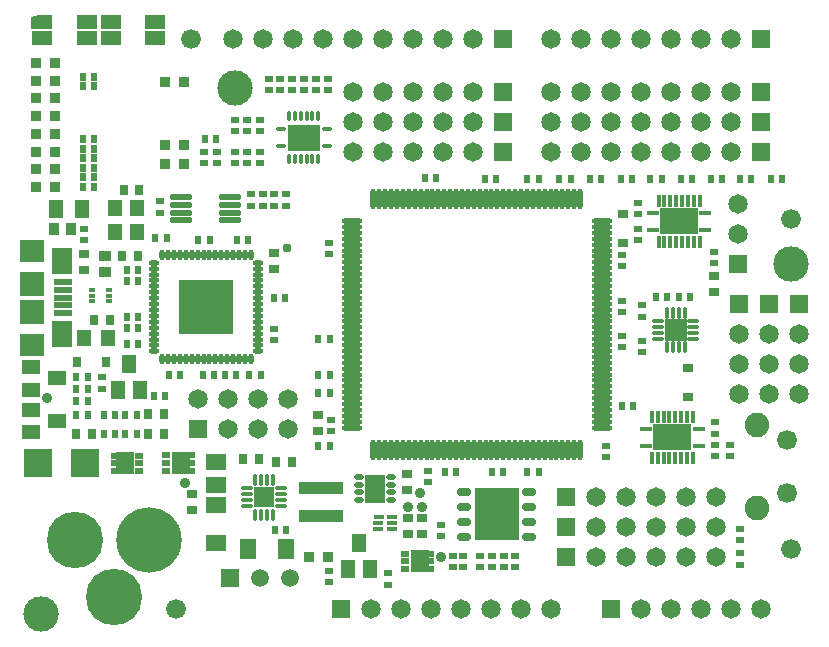
<source format=gts>
G04 Layer_Color=8388736*
%FSLAX44Y44*%
%MOMM*%
G71*
G01*
G75*
%ADD95R,1.5750X1.9000*%
%ADD96R,0.7088X0.8358*%
%ADD97R,0.8358X0.7088*%
%ADD98O,0.4500X1.8000*%
%ADD99O,1.8000X0.4500*%
%ADD100R,1.1500X1.3500*%
%ADD101R,2.3500X2.3500*%
%ADD102R,1.7500X2.2500*%
%ADD103R,1.5000X0.5500*%
%ADD104R,2.0500X1.9500*%
%ADD105R,2.0500X2.0500*%
%ADD106R,1.7500X1.3500*%
%ADD107R,1.2500X1.4000*%
%ADD108R,0.9500X1.0500*%
%ADD109R,1.0500X0.9500*%
%ADD110R,1.1500X1.5500*%
%ADD111R,0.9500X0.9500*%
%ADD112R,1.5500X1.1500*%
G04:AMPARAMS|DCode=113|XSize=0.42mm|YSize=0.99mm|CornerRadius=0.168mm|HoleSize=0mm|Usage=FLASHONLY|Rotation=0.000|XOffset=0mm|YOffset=0mm|HoleType=Round|Shape=RoundedRectangle|*
%AMROUNDEDRECTD113*
21,1,0.4200,0.6540,0,0,0.0*
21,1,0.0840,0.9900,0,0,0.0*
1,1,0.3360,0.0420,-0.3270*
1,1,0.3360,-0.0420,-0.3270*
1,1,0.3360,-0.0420,0.3270*
1,1,0.3360,0.0420,0.3270*
%
%ADD113ROUNDEDRECTD113*%
G04:AMPARAMS|DCode=114|XSize=0.42mm|YSize=0.99mm|CornerRadius=0.168mm|HoleSize=0mm|Usage=FLASHONLY|Rotation=90.000|XOffset=0mm|YOffset=0mm|HoleType=Round|Shape=RoundedRectangle|*
%AMROUNDEDRECTD114*
21,1,0.4200,0.6540,0,0,90.0*
21,1,0.0840,0.9900,0,0,90.0*
1,1,0.3360,0.3270,0.0420*
1,1,0.3360,0.3270,-0.0420*
1,1,0.3360,-0.3270,-0.0420*
1,1,0.3360,-0.3270,0.0420*
%
%ADD114ROUNDEDRECTD114*%
%ADD115R,1.8500X1.8500*%
%ADD116R,0.6000X0.4000*%
%ADD117R,3.7500X4.4500*%
G04:AMPARAMS|DCode=118|XSize=0.6mm|YSize=1.2mm|CornerRadius=0.1425mm|HoleSize=0mm|Usage=FLASHONLY|Rotation=90.000|XOffset=0mm|YOffset=0mm|HoleType=Round|Shape=RoundedRectangle|*
%AMROUNDEDRECTD118*
21,1,0.6000,0.9150,0,0,90.0*
21,1,0.3150,1.2000,0,0,90.0*
1,1,0.2850,0.4575,0.1575*
1,1,0.2850,0.4575,-0.1575*
1,1,0.2850,-0.4575,-0.1575*
1,1,0.2850,-0.4575,0.1575*
%
%ADD118ROUNDEDRECTD118*%
%ADD119R,1.7500X1.1500*%
%ADD120R,0.9500X1.1500*%
%ADD121R,0.8000X0.9500*%
%ADD122R,1.1500X1.6500*%
%ADD123R,0.6500X0.6000*%
%ADD124C,3.0000*%
%ADD125R,0.6000X0.6500*%
%ADD126R,0.9500X0.8000*%
%ADD127R,1.3500X1.7500*%
%ADD128O,1.9000X0.5500*%
%ADD129R,0.6000X0.5500*%
%ADD130R,0.8000X0.5500*%
%ADD131R,1.7500X2.4000*%
G04:AMPARAMS|DCode=132|XSize=0.45mm|YSize=0.8mm|CornerRadius=0.12mm|HoleSize=0mm|Usage=FLASHONLY|Rotation=90.000|XOffset=0mm|YOffset=0mm|HoleType=Round|Shape=RoundedRectangle|*
%AMROUNDEDRECTD132*
21,1,0.4500,0.5600,0,0,90.0*
21,1,0.2100,0.8000,0,0,90.0*
1,1,0.2400,0.2800,0.1050*
1,1,0.2400,0.2800,-0.1050*
1,1,0.2400,-0.2800,-0.1050*
1,1,0.2400,-0.2800,0.1050*
%
%ADD132ROUNDEDRECTD132*%
%ADD133R,3.8500X1.1300*%
%ADD134R,0.9500X0.3800*%
%ADD135R,0.8500X0.3800*%
%ADD136O,0.8000X0.4000*%
%ADD137O,0.4000X0.8000*%
%ADD138R,2.7000X2.2000*%
%ADD139R,3.2000X2.2000*%
%ADD140R,0.4200X0.9900*%
%ADD141R,0.9900X0.4200*%
%ADD142R,1.8000X1.8000*%
%ADD143O,0.9500X0.4300*%
%ADD144O,0.4300X0.9500*%
%ADD145R,4.6500X4.6500*%
%ADD146C,1.6500*%
%ADD147R,1.6500X1.6500*%
%ADD148R,1.6500X1.6500*%
%ADD149C,4.7700*%
%ADD150C,5.5300*%
%ADD151C,1.6900*%
%ADD152C,2.0800*%
%ADD153C,1.5200*%
%ADD154R,1.5200X1.5200*%
%ADD155C,1.6740*%
%ADD156C,0.8900*%
%ADD157C,0.7900*%
G36*
X26400Y528593D02*
X26515Y528565D01*
X26624Y528520D01*
X26725Y528459D01*
X26814Y528382D01*
X26891Y528292D01*
X26953Y528192D01*
X26998Y528083D01*
X27026Y527968D01*
X27035Y527850D01*
Y517842D01*
X27026Y517724D01*
X26998Y517609D01*
X26953Y517500D01*
X26891Y517400D01*
X26814Y517310D01*
X26725Y517233D01*
X26624Y517172D01*
X26515Y517127D01*
X26400Y517099D01*
X26282Y517090D01*
X17669D01*
X17593Y517074D01*
X17575Y517071D01*
X17557Y517067D01*
X17516Y517064D01*
X17476Y517059D01*
X17458Y517060D01*
X17440Y517058D01*
X17399Y517061D01*
X17357Y517062D01*
X17340Y517066D01*
X17322Y517067D01*
X17282Y517077D01*
X17241Y517085D01*
X17225Y517091D01*
X17207Y517095D01*
X17169Y517111D01*
X17130Y517124D01*
X17115Y517133D01*
X17098Y517140D01*
X17063Y517162D01*
X17027Y517181D01*
X17013Y517192D01*
X16997Y517202D01*
X16966Y517229D01*
X16934Y517254D01*
X16921Y517267D01*
X16908Y517278D01*
X16881Y517310D01*
X16853Y517340D01*
X16843Y517355D01*
X16831Y517368D01*
X16809Y517403D01*
X16786Y517437D01*
X16779Y517453D01*
X16769Y517469D01*
X16753Y517507D01*
X16736Y517544D01*
X16731Y517561D01*
X16724Y517578D01*
X16715Y517618D01*
X16703Y517657D01*
X16701Y517675D01*
X16697Y517693D01*
X16693Y517734D01*
X16688Y517775D01*
X16689Y517792D01*
X16687Y517810D01*
Y526400D01*
X16690Y526432D01*
X16690Y526465D01*
X16695Y526491D01*
X16697Y526518D01*
X16704Y526549D01*
X16710Y526581D01*
X16718Y526607D01*
X16724Y526632D01*
X16737Y526662D01*
X16747Y526693D01*
X16759Y526717D01*
X16769Y526741D01*
X16786Y526769D01*
X16801Y526798D01*
X16817Y526820D01*
X16831Y526842D01*
X16852Y526867D01*
X16872Y526893D01*
X16890Y526912D01*
X16908Y526932D01*
X16932Y526953D01*
X16956Y526976D01*
X16977Y526991D01*
X16997Y527009D01*
X17025Y527026D01*
X17052Y527045D01*
X17075Y527056D01*
X17098Y527070D01*
X17128Y527083D01*
X17157Y527097D01*
X17183Y527105D01*
X17207Y527116D01*
X17239Y527123D01*
X17270Y527133D01*
X23530Y528583D01*
X23556Y528587D01*
X23582Y528593D01*
X23615Y528596D01*
X23647Y528600D01*
X23674Y528600D01*
X23700Y528602D01*
X26282D01*
X26400Y528593D01*
D02*
G37*
D95*
X346125Y66000D02*
D03*
X143845Y149320D02*
D03*
X96155Y148960D02*
D03*
D96*
X80474Y235121D02*
D03*
X56090D02*
D03*
D97*
X573153Y229456D02*
D03*
Y205072D02*
D03*
X518121Y335525D02*
D03*
Y359909D02*
D03*
D98*
X306770Y372700D02*
D03*
X311770D02*
D03*
X316770D02*
D03*
X321770D02*
D03*
X326770D02*
D03*
X331770D02*
D03*
X336770D02*
D03*
X341770D02*
D03*
X346770D02*
D03*
X351770D02*
D03*
X356770D02*
D03*
X361770D02*
D03*
X366770D02*
D03*
X371770D02*
D03*
X376770D02*
D03*
X381770D02*
D03*
X386770D02*
D03*
X391770D02*
D03*
X396770D02*
D03*
X401770D02*
D03*
X406770D02*
D03*
X411770D02*
D03*
X416770D02*
D03*
X421770D02*
D03*
X426770D02*
D03*
X431770D02*
D03*
X436770D02*
D03*
X441770D02*
D03*
X446770D02*
D03*
X451770D02*
D03*
X456770D02*
D03*
X461770D02*
D03*
X466770D02*
D03*
X471770D02*
D03*
X476770D02*
D03*
X481770D02*
D03*
Y160700D02*
D03*
X476770D02*
D03*
X471770D02*
D03*
X466770D02*
D03*
X461770D02*
D03*
X456770D02*
D03*
X451770D02*
D03*
X446770D02*
D03*
X441770D02*
D03*
X436770D02*
D03*
X431770D02*
D03*
X426770D02*
D03*
X421770D02*
D03*
X416770D02*
D03*
X411770D02*
D03*
X406770D02*
D03*
X401770D02*
D03*
X396770D02*
D03*
X391770D02*
D03*
X386770D02*
D03*
X381770D02*
D03*
X376770D02*
D03*
X371770D02*
D03*
X366770D02*
D03*
X361770D02*
D03*
X356770D02*
D03*
X351770D02*
D03*
X346770D02*
D03*
X341770D02*
D03*
X336770D02*
D03*
X331770D02*
D03*
X326770D02*
D03*
X321770D02*
D03*
X316770D02*
D03*
X311770D02*
D03*
X306770D02*
D03*
D99*
X500270Y354200D02*
D03*
Y349200D02*
D03*
Y344200D02*
D03*
Y339200D02*
D03*
Y334200D02*
D03*
Y329200D02*
D03*
Y324200D02*
D03*
Y319200D02*
D03*
Y314200D02*
D03*
Y309200D02*
D03*
Y304200D02*
D03*
Y299200D02*
D03*
Y294200D02*
D03*
Y289200D02*
D03*
Y284200D02*
D03*
Y279200D02*
D03*
Y274200D02*
D03*
Y269200D02*
D03*
Y264200D02*
D03*
Y259200D02*
D03*
Y254200D02*
D03*
Y249200D02*
D03*
Y244200D02*
D03*
Y239200D02*
D03*
Y234200D02*
D03*
Y229200D02*
D03*
Y224200D02*
D03*
Y219200D02*
D03*
Y214200D02*
D03*
Y209200D02*
D03*
Y204200D02*
D03*
Y199200D02*
D03*
Y194200D02*
D03*
Y189200D02*
D03*
Y184200D02*
D03*
Y179200D02*
D03*
X288270D02*
D03*
Y184200D02*
D03*
Y189200D02*
D03*
Y194200D02*
D03*
Y199200D02*
D03*
Y204200D02*
D03*
Y209200D02*
D03*
Y214200D02*
D03*
Y219200D02*
D03*
Y224200D02*
D03*
Y229200D02*
D03*
Y234200D02*
D03*
Y239200D02*
D03*
Y244200D02*
D03*
Y249200D02*
D03*
Y254200D02*
D03*
Y259200D02*
D03*
Y264200D02*
D03*
Y269200D02*
D03*
Y274200D02*
D03*
Y279200D02*
D03*
Y284200D02*
D03*
Y289200D02*
D03*
Y294200D02*
D03*
Y299200D02*
D03*
Y304200D02*
D03*
Y309200D02*
D03*
Y314200D02*
D03*
Y319200D02*
D03*
Y324200D02*
D03*
Y329200D02*
D03*
Y334200D02*
D03*
Y339200D02*
D03*
Y344200D02*
D03*
Y349200D02*
D03*
Y354200D02*
D03*
D100*
X106880Y365480D02*
D03*
X87880D02*
D03*
X106880Y344480D02*
D03*
X87880D02*
D03*
D101*
X62980Y149060D02*
D03*
X22980D02*
D03*
D102*
X43125Y258192D02*
D03*
Y320192D02*
D03*
D103*
X44375Y276192D02*
D03*
Y282692D02*
D03*
Y289192D02*
D03*
Y295692D02*
D03*
Y302192D02*
D03*
D104*
X17625Y329192D02*
D03*
Y249192D02*
D03*
D105*
Y301192D02*
D03*
Y277192D02*
D03*
D106*
X173960Y150500D02*
D03*
Y130500D02*
D03*
X173960Y81390D02*
D03*
Y113390D02*
D03*
D107*
X61470Y255550D02*
D03*
X82470D02*
D03*
D108*
X50490Y347840D02*
D03*
X36490D02*
D03*
D109*
X79820Y324718D02*
D03*
Y310718D02*
D03*
D110*
X90500Y211000D02*
D03*
X109500D02*
D03*
X100000Y233000D02*
D03*
X285166Y59787D02*
D03*
X304166D02*
D03*
X294666Y81787D02*
D03*
D111*
X37000Y488000D02*
D03*
X21000D02*
D03*
X37000Y443000D02*
D03*
X21000D02*
D03*
X37000Y458000D02*
D03*
X21000D02*
D03*
X37000Y473000D02*
D03*
X21000D02*
D03*
X37230Y428000D02*
D03*
X21230D02*
D03*
X37000Y398000D02*
D03*
X21000D02*
D03*
X37000Y383000D02*
D03*
X21000D02*
D03*
X268295Y69610D02*
D03*
X252295D02*
D03*
X37000Y413000D02*
D03*
X21000D02*
D03*
X146090Y472107D02*
D03*
X130090D02*
D03*
X146093Y418290D02*
D03*
X130093D02*
D03*
X146093Y402410D02*
D03*
X130093D02*
D03*
D112*
X17000Y194500D02*
D03*
Y175500D02*
D03*
X39000Y185000D02*
D03*
X17000Y230500D02*
D03*
Y211500D02*
D03*
X39000Y221000D02*
D03*
D113*
X555218Y276629D02*
D03*
X560218D02*
D03*
X565218D02*
D03*
X570218D02*
D03*
X555218Y247129D02*
D03*
X560218D02*
D03*
X565218D02*
D03*
X570218D02*
D03*
X206640Y135030D02*
D03*
X211640D02*
D03*
X216640D02*
D03*
X221640D02*
D03*
X206640Y105530D02*
D03*
X211640D02*
D03*
X216640D02*
D03*
X221640D02*
D03*
D114*
X547968Y269379D02*
D03*
Y264379D02*
D03*
Y259379D02*
D03*
Y254379D02*
D03*
X577468Y254379D02*
D03*
Y259379D02*
D03*
Y264379D02*
D03*
Y269379D02*
D03*
X199390Y112780D02*
D03*
Y117780D02*
D03*
Y122780D02*
D03*
Y127780D02*
D03*
X228890Y127780D02*
D03*
Y122780D02*
D03*
Y117780D02*
D03*
Y112780D02*
D03*
D115*
X562718Y261879D02*
D03*
D116*
X68740Y286130D02*
D03*
Y291130D02*
D03*
Y296130D02*
D03*
X82740D02*
D03*
Y291130D02*
D03*
Y286130D02*
D03*
D117*
X411121Y105718D02*
D03*
D118*
X438621Y86668D02*
D03*
Y99368D02*
D03*
Y112068D02*
D03*
Y124768D02*
D03*
X383621D02*
D03*
Y112068D02*
D03*
Y99368D02*
D03*
Y86668D02*
D03*
D119*
X122282Y508871D02*
D03*
X84282D02*
D03*
X122282Y522871D02*
D03*
X84282D02*
D03*
X64282Y508842D02*
D03*
X26282D02*
D03*
X64282Y522842D02*
D03*
D120*
X30280D02*
D03*
D121*
X129439Y173924D02*
D03*
X115939D02*
D03*
X70620Y270090D02*
D03*
X84120D02*
D03*
X94120Y324180D02*
D03*
X107620D02*
D03*
X95250Y380340D02*
D03*
X108750D02*
D03*
X68250Y174000D02*
D03*
X54750D02*
D03*
X115939Y191000D02*
D03*
X129439D02*
D03*
X209750Y153000D02*
D03*
X196250D02*
D03*
X237750Y150000D02*
D03*
X224250D02*
D03*
D122*
X37972Y364597D02*
D03*
X59972D02*
D03*
D123*
X374588Y61000D02*
D03*
Y70500D02*
D03*
X352620Y142730D02*
D03*
Y133230D02*
D03*
X269380Y326190D02*
D03*
Y335690D02*
D03*
X517000Y256750D02*
D03*
Y247250D02*
D03*
Y316250D02*
D03*
Y325750D02*
D03*
X364000Y96750D02*
D03*
Y87250D02*
D03*
X503750Y163750D02*
D03*
Y154250D02*
D03*
X271000Y176250D02*
D03*
Y185750D02*
D03*
X517000Y277250D02*
D03*
Y286750D02*
D03*
X223000Y262750D02*
D03*
Y253250D02*
D03*
X61940Y347760D02*
D03*
Y338260D02*
D03*
X126000Y361250D02*
D03*
Y370750D02*
D03*
X199750Y403250D02*
D03*
Y412750D02*
D03*
X199750Y439750D02*
D03*
Y430250D02*
D03*
X211000Y412750D02*
D03*
Y403250D02*
D03*
X211000Y439750D02*
D03*
Y430250D02*
D03*
X248000Y465250D02*
D03*
Y474750D02*
D03*
X228000Y465250D02*
D03*
Y474750D02*
D03*
X268000Y465250D02*
D03*
Y474750D02*
D03*
X258000Y465250D02*
D03*
Y474750D02*
D03*
X238000Y465250D02*
D03*
Y474750D02*
D03*
X218000Y465250D02*
D03*
Y474750D02*
D03*
X596000Y183750D02*
D03*
Y174250D02*
D03*
Y164750D02*
D03*
Y155250D02*
D03*
X531000Y338250D02*
D03*
Y347750D02*
D03*
Y360250D02*
D03*
Y369750D02*
D03*
X407000Y70750D02*
D03*
Y61250D02*
D03*
X427000Y70750D02*
D03*
Y61250D02*
D03*
X397000Y70750D02*
D03*
Y61250D02*
D03*
X417000Y70750D02*
D03*
Y61250D02*
D03*
X223000Y367250D02*
D03*
Y376750D02*
D03*
X213000Y367250D02*
D03*
Y376750D02*
D03*
X233000D02*
D03*
Y367250D02*
D03*
X203000Y367250D02*
D03*
Y376750D02*
D03*
X595000Y327750D02*
D03*
Y318250D02*
D03*
X534000Y273250D02*
D03*
Y282750D02*
D03*
Y252750D02*
D03*
Y243250D02*
D03*
X617000Y93750D02*
D03*
Y84250D02*
D03*
Y63250D02*
D03*
Y72750D02*
D03*
X77000Y212250D02*
D03*
Y221750D02*
D03*
X609098Y164615D02*
D03*
Y155115D02*
D03*
X189750Y412750D02*
D03*
Y403250D02*
D03*
X189750Y430250D02*
D03*
Y439750D02*
D03*
X319371Y55780D02*
D03*
Y46280D02*
D03*
X269150Y57950D02*
D03*
Y48450D02*
D03*
X382483Y61020D02*
D03*
Y70520D02*
D03*
X163780Y403250D02*
D03*
Y412750D02*
D03*
X174780Y403250D02*
D03*
Y412750D02*
D03*
D124*
X189290Y467210D02*
D03*
X660620Y317460D02*
D03*
X25400Y21590D02*
D03*
D125*
X410450Y390000D02*
D03*
X400950D02*
D03*
X350450Y391000D02*
D03*
X359950D02*
D03*
X406840Y141870D02*
D03*
X416340D02*
D03*
X269750Y209000D02*
D03*
X260250D02*
D03*
X376750Y142000D02*
D03*
X367250D02*
D03*
X269750Y224000D02*
D03*
X260250D02*
D03*
X473750Y390000D02*
D03*
X464250D02*
D03*
X98250Y273000D02*
D03*
X107750D02*
D03*
Y264000D02*
D03*
X98250D02*
D03*
X131760Y339580D02*
D03*
X122260D02*
D03*
X107750Y313000D02*
D03*
X98250D02*
D03*
X168160Y338420D02*
D03*
X158660D02*
D03*
X222250Y289000D02*
D03*
X231750D02*
D03*
X201840Y224000D02*
D03*
X211340D02*
D03*
X143160Y224240D02*
D03*
X133660D02*
D03*
X200750Y338140D02*
D03*
X191250D02*
D03*
X555750Y290000D02*
D03*
X546250D02*
D03*
X574750D02*
D03*
X565250D02*
D03*
X601750Y390000D02*
D03*
X592250D02*
D03*
X550750D02*
D03*
X541250D02*
D03*
X490250D02*
D03*
X499750D02*
D03*
X652750D02*
D03*
X643250D02*
D03*
X617250D02*
D03*
X626750D02*
D03*
X567250D02*
D03*
X576750D02*
D03*
X516250D02*
D03*
X525750D02*
D03*
X446750D02*
D03*
X437250D02*
D03*
X232630Y92700D02*
D03*
X223130D02*
D03*
X437250Y142000D02*
D03*
X446750D02*
D03*
X162250Y224000D02*
D03*
X171750D02*
D03*
X190750D02*
D03*
X181250D02*
D03*
X526750Y198000D02*
D03*
X517250D02*
D03*
X269750Y164000D02*
D03*
X260250D02*
D03*
X107750Y250000D02*
D03*
X98250D02*
D03*
X107750Y303000D02*
D03*
X98250D02*
D03*
X260250Y254000D02*
D03*
X269750D02*
D03*
X70140Y383290D02*
D03*
X60640D02*
D03*
X70140Y391310D02*
D03*
X60640D02*
D03*
X88000Y174000D02*
D03*
X78500D02*
D03*
X106250Y174000D02*
D03*
X96750D02*
D03*
X130507Y205950D02*
D03*
X121007D02*
D03*
X96750Y190000D02*
D03*
X106250D02*
D03*
X64750Y222000D02*
D03*
X55250D02*
D03*
X55250Y190000D02*
D03*
X64750D02*
D03*
X78500Y190000D02*
D03*
X88000D02*
D03*
X55250Y202000D02*
D03*
X64750D02*
D03*
Y212000D02*
D03*
X55250D02*
D03*
X70140Y399291D02*
D03*
X60640D02*
D03*
X70140Y407288D02*
D03*
X60640D02*
D03*
X70140Y415285D02*
D03*
X60640D02*
D03*
X70098Y423283D02*
D03*
X60598D02*
D03*
X70348Y468280D02*
D03*
X60848D02*
D03*
X70380Y476277D02*
D03*
X60880D02*
D03*
X173596Y424030D02*
D03*
X164096D02*
D03*
D126*
X260000Y189750D02*
D03*
Y176250D02*
D03*
X61940Y326490D02*
D03*
Y312990D02*
D03*
X222440Y313710D02*
D03*
Y327210D02*
D03*
X595000Y294250D02*
D03*
Y307750D02*
D03*
X334879Y140033D02*
D03*
Y126533D02*
D03*
X336121Y88967D02*
D03*
Y102467D02*
D03*
X348121Y88967D02*
D03*
Y102467D02*
D03*
X153000Y109250D02*
D03*
Y122750D02*
D03*
D127*
X200640Y76280D02*
D03*
X232640D02*
D03*
D128*
X185070Y354850D02*
D03*
Y361350D02*
D03*
Y367850D02*
D03*
Y374350D02*
D03*
X143570Y354850D02*
D03*
Y361350D02*
D03*
Y367850D02*
D03*
Y374350D02*
D03*
D129*
X355250Y72500D02*
D03*
Y66000D02*
D03*
Y59500D02*
D03*
X152970Y142820D02*
D03*
Y149320D02*
D03*
Y155820D02*
D03*
X87030Y142460D02*
D03*
Y148960D02*
D03*
Y155460D02*
D03*
D130*
X333750Y59500D02*
D03*
Y66000D02*
D03*
Y72500D02*
D03*
X131470Y155820D02*
D03*
Y149320D02*
D03*
Y142820D02*
D03*
X108530Y155460D02*
D03*
Y148960D02*
D03*
Y142460D02*
D03*
D131*
X308121Y127718D02*
D03*
D132*
X321871Y117968D02*
D03*
Y124468D02*
D03*
Y130968D02*
D03*
Y137468D02*
D03*
X294371D02*
D03*
Y130968D02*
D03*
Y124468D02*
D03*
Y117968D02*
D03*
D133*
X262720Y104430D02*
D03*
Y128130D02*
D03*
D134*
X311467Y103461D02*
D03*
D135*
X310968Y98461D02*
D03*
Y93461D02*
D03*
X322467Y103461D02*
D03*
Y98461D02*
D03*
Y93461D02*
D03*
D136*
X228217Y432379D02*
D03*
Y417379D02*
D03*
X267217D02*
D03*
Y432379D02*
D03*
D137*
X235217Y406629D02*
D03*
X240217D02*
D03*
X245217D02*
D03*
X250217D02*
D03*
X255217D02*
D03*
X260217D02*
D03*
Y443129D02*
D03*
X255217D02*
D03*
X250217D02*
D03*
X245217D02*
D03*
X240217D02*
D03*
X235217D02*
D03*
D138*
X247717Y424879D02*
D03*
D139*
X560000Y171000D02*
D03*
X565718Y353879D02*
D03*
D140*
X577500Y153750D02*
D03*
X572500D02*
D03*
X567500D02*
D03*
X562500D02*
D03*
X557500D02*
D03*
X552500D02*
D03*
X547500D02*
D03*
X542500D02*
D03*
Y188250D02*
D03*
X547500D02*
D03*
X552500D02*
D03*
X557500D02*
D03*
X562500D02*
D03*
X567500D02*
D03*
X572500D02*
D03*
X577500D02*
D03*
X548218Y371129D02*
D03*
X553218D02*
D03*
X558218D02*
D03*
X563218D02*
D03*
X568218D02*
D03*
X573218D02*
D03*
X578218D02*
D03*
X583218D02*
D03*
Y336629D02*
D03*
X578218D02*
D03*
X573218D02*
D03*
X568218D02*
D03*
X563218D02*
D03*
X558218D02*
D03*
X553218D02*
D03*
X548218D02*
D03*
D141*
X537750Y163500D02*
D03*
Y178500D02*
D03*
X582250D02*
D03*
Y163500D02*
D03*
X587967Y361379D02*
D03*
Y346379D02*
D03*
X543467D02*
D03*
Y361379D02*
D03*
D142*
X214140Y120280D02*
D03*
D143*
X121460Y318850D02*
D03*
Y313850D02*
D03*
Y253850D02*
D03*
Y258850D02*
D03*
Y263850D02*
D03*
Y268850D02*
D03*
Y273850D02*
D03*
Y278850D02*
D03*
Y283850D02*
D03*
Y288850D02*
D03*
Y293850D02*
D03*
Y298850D02*
D03*
Y303850D02*
D03*
Y308850D02*
D03*
Y248850D02*
D03*
Y243850D02*
D03*
X209460Y318850D02*
D03*
Y313850D02*
D03*
Y308850D02*
D03*
Y303850D02*
D03*
Y298850D02*
D03*
Y293850D02*
D03*
Y288850D02*
D03*
Y283850D02*
D03*
Y278850D02*
D03*
Y273850D02*
D03*
Y268850D02*
D03*
Y263850D02*
D03*
Y258850D02*
D03*
Y253850D02*
D03*
Y248850D02*
D03*
Y243850D02*
D03*
D144*
X127960Y237350D02*
D03*
X132960D02*
D03*
X137960D02*
D03*
X142960D02*
D03*
X147960D02*
D03*
X152960D02*
D03*
X157960D02*
D03*
X162960D02*
D03*
X167960D02*
D03*
X172960D02*
D03*
X177960D02*
D03*
X182960D02*
D03*
X187960D02*
D03*
X202960D02*
D03*
X197960D02*
D03*
X192960D02*
D03*
X167960Y325350D02*
D03*
X202960D02*
D03*
X197960D02*
D03*
X192960D02*
D03*
X187960D02*
D03*
X182960D02*
D03*
X177960D02*
D03*
X172960D02*
D03*
X162960D02*
D03*
X157960D02*
D03*
X152960D02*
D03*
X147960D02*
D03*
X142960D02*
D03*
X137960D02*
D03*
X132960D02*
D03*
X127960D02*
D03*
D145*
X165460Y281350D02*
D03*
D146*
X635000Y25400D02*
D03*
X609600D02*
D03*
X584200D02*
D03*
X558800D02*
D03*
X533400D02*
D03*
X482600Y508000D02*
D03*
X457200D02*
D03*
X508000D02*
D03*
X533400D02*
D03*
X558800D02*
D03*
X584200D02*
D03*
X609600D02*
D03*
X431800Y25400D02*
D03*
X457200D02*
D03*
X406400D02*
D03*
X381000D02*
D03*
X355600D02*
D03*
X330200D02*
D03*
X304800D02*
D03*
X187960Y508000D02*
D03*
X213360D02*
D03*
X264160D02*
D03*
X238760D02*
D03*
X289560D02*
D03*
X314960D02*
D03*
X340360D02*
D03*
X365760D02*
D03*
X391160D02*
D03*
X596900Y69850D02*
D03*
X571500D02*
D03*
X546100D02*
D03*
X520700D02*
D03*
X495300D02*
D03*
Y95250D02*
D03*
X520700D02*
D03*
X546100D02*
D03*
X571500D02*
D03*
X596900D02*
D03*
X495300Y120650D02*
D03*
X520700D02*
D03*
X546100D02*
D03*
X571500D02*
D03*
X596900D02*
D03*
X609600Y412750D02*
D03*
X584200D02*
D03*
X558800D02*
D03*
X482600D02*
D03*
X508000D02*
D03*
X533400D02*
D03*
X457200D02*
D03*
X609600Y463550D02*
D03*
X584200D02*
D03*
X558800D02*
D03*
X482600D02*
D03*
X508000D02*
D03*
X533400D02*
D03*
X457200D02*
D03*
Y438150D02*
D03*
X533400D02*
D03*
X508000D02*
D03*
X482600D02*
D03*
X558800D02*
D03*
X584200D02*
D03*
X609600D02*
D03*
X391160Y412750D02*
D03*
X365760D02*
D03*
X340360D02*
D03*
X314960D02*
D03*
X289560D02*
D03*
Y463550D02*
D03*
X314960D02*
D03*
X340360D02*
D03*
X365760D02*
D03*
X391160D02*
D03*
Y438150D02*
D03*
X365760D02*
D03*
X340360D02*
D03*
X314960D02*
D03*
X289560D02*
D03*
X234079Y178282D02*
D03*
Y203682D02*
D03*
X208679D02*
D03*
X183279D02*
D03*
X157879D02*
D03*
X183279Y178282D02*
D03*
X208679D02*
D03*
X616600Y258800D02*
D03*
Y233400D02*
D03*
Y208000D02*
D03*
X667400Y258800D02*
D03*
Y233400D02*
D03*
Y208000D02*
D03*
X642000Y258800D02*
D03*
Y233400D02*
D03*
Y208000D02*
D03*
X615700Y343279D02*
D03*
Y368679D02*
D03*
D147*
X508000Y25400D02*
D03*
X635000Y508000D02*
D03*
X279400Y25400D02*
D03*
X416560Y508000D02*
D03*
X469900Y69850D02*
D03*
Y95250D02*
D03*
Y120650D02*
D03*
X635000Y412750D02*
D03*
Y463550D02*
D03*
Y438150D02*
D03*
X416560Y412750D02*
D03*
Y463550D02*
D03*
Y438150D02*
D03*
X157879Y178282D02*
D03*
D148*
X616600Y284200D02*
D03*
X667400D02*
D03*
X642000D02*
D03*
X615700Y317879D02*
D03*
D149*
X54340Y83820D02*
D03*
X86840Y35820D02*
D03*
D150*
X116840Y83820D02*
D03*
D151*
X656590Y168910D02*
D03*
Y123910D02*
D03*
D152*
X631590Y181410D02*
D03*
Y111410D02*
D03*
D153*
X236220Y52070D02*
D03*
X210820D02*
D03*
D154*
X185420D02*
D03*
D155*
X660400Y76200D02*
D03*
Y355600D02*
D03*
X152400Y508000D02*
D03*
X139700Y25400D02*
D03*
D156*
X147250Y132174D02*
D03*
X363750Y70000D02*
D03*
X17500Y301067D02*
D03*
Y277067D02*
D03*
X30390Y204390D02*
D03*
X348121Y112129D02*
D03*
X336000Y112000D02*
D03*
X346000Y124000D02*
D03*
X253217Y419379D02*
D03*
X242217D02*
D03*
X253217Y430379D02*
D03*
X242217D02*
D03*
X571000Y165500D02*
D03*
X560000D02*
D03*
X549000D02*
D03*
X560000Y176500D02*
D03*
X549000D02*
D03*
X571000D02*
D03*
X554717Y359379D02*
D03*
X565718D02*
D03*
X576717D02*
D03*
X565718Y348379D02*
D03*
X576717D02*
D03*
X554717D02*
D03*
D157*
X567718Y256879D02*
D03*
X557718D02*
D03*
Y266879D02*
D03*
X567718D02*
D03*
X562718Y261879D02*
D03*
X308000Y121000D02*
D03*
Y134000D02*
D03*
X214140Y120280D02*
D03*
X209140Y115280D02*
D03*
X219140D02*
D03*
X209140Y125280D02*
D03*
X219140D02*
D03*
X233500Y331000D02*
D03*
M02*

</source>
